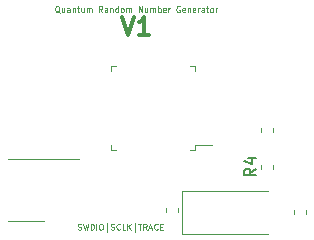
<source format=gbr>
G04 #@! TF.GenerationSoftware,KiCad,Pcbnew,5.0.2-bee76a0~70~ubuntu18.04.1*
G04 #@! TF.CreationDate,2020-06-29T01:54:23-07:00*
G04 #@! TF.ProjectId,qrng,71726e67-2e6b-4696-9361-645f70636258,1*
G04 #@! TF.SameCoordinates,Original*
G04 #@! TF.FileFunction,Legend,Top*
G04 #@! TF.FilePolarity,Positive*
%FSLAX46Y46*%
G04 Gerber Fmt 4.6, Leading zero omitted, Abs format (unit mm)*
G04 Created by KiCad (PCBNEW 5.0.2-bee76a0~70~ubuntu18.04.1) date Mon 29 Jun 2020 01:54:23 AM MST*
%MOMM*%
%LPD*%
G01*
G04 APERTURE LIST*
%ADD10C,0.037500*%
%ADD11C,0.300000*%
%ADD12C,0.120000*%
%ADD13C,0.150000*%
G04 APERTURE END LIST*
D10*
X134067857Y-109627380D02*
X134139285Y-109651190D01*
X134258333Y-109651190D01*
X134305952Y-109627380D01*
X134329761Y-109603571D01*
X134353571Y-109555952D01*
X134353571Y-109508333D01*
X134329761Y-109460714D01*
X134305952Y-109436904D01*
X134258333Y-109413095D01*
X134163095Y-109389285D01*
X134115476Y-109365476D01*
X134091666Y-109341666D01*
X134067857Y-109294047D01*
X134067857Y-109246428D01*
X134091666Y-109198809D01*
X134115476Y-109175000D01*
X134163095Y-109151190D01*
X134282142Y-109151190D01*
X134353571Y-109175000D01*
X134520238Y-109151190D02*
X134639285Y-109651190D01*
X134734523Y-109294047D01*
X134829761Y-109651190D01*
X134948809Y-109151190D01*
X135139285Y-109651190D02*
X135139285Y-109151190D01*
X135258333Y-109151190D01*
X135329761Y-109175000D01*
X135377380Y-109222619D01*
X135401190Y-109270238D01*
X135425000Y-109365476D01*
X135425000Y-109436904D01*
X135401190Y-109532142D01*
X135377380Y-109579761D01*
X135329761Y-109627380D01*
X135258333Y-109651190D01*
X135139285Y-109651190D01*
X135639285Y-109651190D02*
X135639285Y-109151190D01*
X135972619Y-109151190D02*
X136067857Y-109151190D01*
X136115476Y-109175000D01*
X136163095Y-109222619D01*
X136186904Y-109317857D01*
X136186904Y-109484523D01*
X136163095Y-109579761D01*
X136115476Y-109627380D01*
X136067857Y-109651190D01*
X135972619Y-109651190D01*
X135925000Y-109627380D01*
X135877380Y-109579761D01*
X135853571Y-109484523D01*
X135853571Y-109317857D01*
X135877380Y-109222619D01*
X135925000Y-109175000D01*
X135972619Y-109151190D01*
X136520238Y-109817857D02*
X136520238Y-109103571D01*
X136853571Y-109627380D02*
X136925000Y-109651190D01*
X137044047Y-109651190D01*
X137091666Y-109627380D01*
X137115476Y-109603571D01*
X137139285Y-109555952D01*
X137139285Y-109508333D01*
X137115476Y-109460714D01*
X137091666Y-109436904D01*
X137044047Y-109413095D01*
X136948809Y-109389285D01*
X136901190Y-109365476D01*
X136877380Y-109341666D01*
X136853571Y-109294047D01*
X136853571Y-109246428D01*
X136877380Y-109198809D01*
X136901190Y-109175000D01*
X136948809Y-109151190D01*
X137067857Y-109151190D01*
X137139285Y-109175000D01*
X137639285Y-109603571D02*
X137615476Y-109627380D01*
X137544047Y-109651190D01*
X137496428Y-109651190D01*
X137425000Y-109627380D01*
X137377380Y-109579761D01*
X137353571Y-109532142D01*
X137329761Y-109436904D01*
X137329761Y-109365476D01*
X137353571Y-109270238D01*
X137377380Y-109222619D01*
X137425000Y-109175000D01*
X137496428Y-109151190D01*
X137544047Y-109151190D01*
X137615476Y-109175000D01*
X137639285Y-109198809D01*
X138091666Y-109651190D02*
X137853571Y-109651190D01*
X137853571Y-109151190D01*
X138258333Y-109651190D02*
X138258333Y-109151190D01*
X138544047Y-109651190D02*
X138329761Y-109365476D01*
X138544047Y-109151190D02*
X138258333Y-109436904D01*
X138877380Y-109817857D02*
X138877380Y-109103571D01*
X139163095Y-109151190D02*
X139448809Y-109151190D01*
X139305952Y-109651190D02*
X139305952Y-109151190D01*
X139901190Y-109651190D02*
X139734523Y-109413095D01*
X139615476Y-109651190D02*
X139615476Y-109151190D01*
X139805952Y-109151190D01*
X139853571Y-109175000D01*
X139877380Y-109198809D01*
X139901190Y-109246428D01*
X139901190Y-109317857D01*
X139877380Y-109365476D01*
X139853571Y-109389285D01*
X139805952Y-109413095D01*
X139615476Y-109413095D01*
X140091666Y-109508333D02*
X140329761Y-109508333D01*
X140044047Y-109651190D02*
X140210714Y-109151190D01*
X140377380Y-109651190D01*
X140829761Y-109603571D02*
X140805952Y-109627380D01*
X140734523Y-109651190D01*
X140686904Y-109651190D01*
X140615476Y-109627380D01*
X140567857Y-109579761D01*
X140544047Y-109532142D01*
X140520238Y-109436904D01*
X140520238Y-109365476D01*
X140544047Y-109270238D01*
X140567857Y-109222619D01*
X140615476Y-109175000D01*
X140686904Y-109151190D01*
X140734523Y-109151190D01*
X140805952Y-109175000D01*
X140829761Y-109198809D01*
X141044047Y-109389285D02*
X141210714Y-109389285D01*
X141282142Y-109651190D02*
X141044047Y-109651190D01*
X141044047Y-109151190D01*
X141282142Y-109151190D01*
D11*
X137785714Y-91678571D02*
X138285714Y-93178571D01*
X138785714Y-91678571D01*
X140071428Y-93178571D02*
X139214285Y-93178571D01*
X139642857Y-93178571D02*
X139642857Y-91678571D01*
X139500000Y-91892857D01*
X139357142Y-92035714D01*
X139214285Y-92107142D01*
D10*
X132523809Y-91273809D02*
X132476190Y-91250000D01*
X132428571Y-91202380D01*
X132357142Y-91130952D01*
X132309523Y-91107142D01*
X132261904Y-91107142D01*
X132285714Y-91226190D02*
X132238095Y-91202380D01*
X132190476Y-91154761D01*
X132166666Y-91059523D01*
X132166666Y-90892857D01*
X132190476Y-90797619D01*
X132238095Y-90750000D01*
X132285714Y-90726190D01*
X132380952Y-90726190D01*
X132428571Y-90750000D01*
X132476190Y-90797619D01*
X132500000Y-90892857D01*
X132500000Y-91059523D01*
X132476190Y-91154761D01*
X132428571Y-91202380D01*
X132380952Y-91226190D01*
X132285714Y-91226190D01*
X132928571Y-90892857D02*
X132928571Y-91226190D01*
X132714285Y-90892857D02*
X132714285Y-91154761D01*
X132738095Y-91202380D01*
X132785714Y-91226190D01*
X132857142Y-91226190D01*
X132904761Y-91202380D01*
X132928571Y-91178571D01*
X133380952Y-91226190D02*
X133380952Y-90964285D01*
X133357142Y-90916666D01*
X133309523Y-90892857D01*
X133214285Y-90892857D01*
X133166666Y-90916666D01*
X133380952Y-91202380D02*
X133333333Y-91226190D01*
X133214285Y-91226190D01*
X133166666Y-91202380D01*
X133142857Y-91154761D01*
X133142857Y-91107142D01*
X133166666Y-91059523D01*
X133214285Y-91035714D01*
X133333333Y-91035714D01*
X133380952Y-91011904D01*
X133619047Y-90892857D02*
X133619047Y-91226190D01*
X133619047Y-90940476D02*
X133642857Y-90916666D01*
X133690476Y-90892857D01*
X133761904Y-90892857D01*
X133809523Y-90916666D01*
X133833333Y-90964285D01*
X133833333Y-91226190D01*
X134000000Y-90892857D02*
X134190476Y-90892857D01*
X134071428Y-90726190D02*
X134071428Y-91154761D01*
X134095238Y-91202380D01*
X134142857Y-91226190D01*
X134190476Y-91226190D01*
X134571428Y-90892857D02*
X134571428Y-91226190D01*
X134357142Y-90892857D02*
X134357142Y-91154761D01*
X134380952Y-91202380D01*
X134428571Y-91226190D01*
X134500000Y-91226190D01*
X134547619Y-91202380D01*
X134571428Y-91178571D01*
X134809523Y-91226190D02*
X134809523Y-90892857D01*
X134809523Y-90940476D02*
X134833333Y-90916666D01*
X134880952Y-90892857D01*
X134952380Y-90892857D01*
X135000000Y-90916666D01*
X135023809Y-90964285D01*
X135023809Y-91226190D01*
X135023809Y-90964285D02*
X135047619Y-90916666D01*
X135095238Y-90892857D01*
X135166666Y-90892857D01*
X135214285Y-90916666D01*
X135238095Y-90964285D01*
X135238095Y-91226190D01*
X136142857Y-91226190D02*
X135976190Y-90988095D01*
X135857142Y-91226190D02*
X135857142Y-90726190D01*
X136047619Y-90726190D01*
X136095238Y-90750000D01*
X136119047Y-90773809D01*
X136142857Y-90821428D01*
X136142857Y-90892857D01*
X136119047Y-90940476D01*
X136095238Y-90964285D01*
X136047619Y-90988095D01*
X135857142Y-90988095D01*
X136571428Y-91226190D02*
X136571428Y-90964285D01*
X136547619Y-90916666D01*
X136500000Y-90892857D01*
X136404761Y-90892857D01*
X136357142Y-90916666D01*
X136571428Y-91202380D02*
X136523809Y-91226190D01*
X136404761Y-91226190D01*
X136357142Y-91202380D01*
X136333333Y-91154761D01*
X136333333Y-91107142D01*
X136357142Y-91059523D01*
X136404761Y-91035714D01*
X136523809Y-91035714D01*
X136571428Y-91011904D01*
X136809523Y-90892857D02*
X136809523Y-91226190D01*
X136809523Y-90940476D02*
X136833333Y-90916666D01*
X136880952Y-90892857D01*
X136952380Y-90892857D01*
X137000000Y-90916666D01*
X137023809Y-90964285D01*
X137023809Y-91226190D01*
X137476190Y-91226190D02*
X137476190Y-90726190D01*
X137476190Y-91202380D02*
X137428571Y-91226190D01*
X137333333Y-91226190D01*
X137285714Y-91202380D01*
X137261904Y-91178571D01*
X137238095Y-91130952D01*
X137238095Y-90988095D01*
X137261904Y-90940476D01*
X137285714Y-90916666D01*
X137333333Y-90892857D01*
X137428571Y-90892857D01*
X137476190Y-90916666D01*
X137785714Y-91226190D02*
X137738095Y-91202380D01*
X137714285Y-91178571D01*
X137690476Y-91130952D01*
X137690476Y-90988095D01*
X137714285Y-90940476D01*
X137738095Y-90916666D01*
X137785714Y-90892857D01*
X137857142Y-90892857D01*
X137904761Y-90916666D01*
X137928571Y-90940476D01*
X137952380Y-90988095D01*
X137952380Y-91130952D01*
X137928571Y-91178571D01*
X137904761Y-91202380D01*
X137857142Y-91226190D01*
X137785714Y-91226190D01*
X138166666Y-91226190D02*
X138166666Y-90892857D01*
X138166666Y-90940476D02*
X138190476Y-90916666D01*
X138238095Y-90892857D01*
X138309523Y-90892857D01*
X138357142Y-90916666D01*
X138380952Y-90964285D01*
X138380952Y-91226190D01*
X138380952Y-90964285D02*
X138404761Y-90916666D01*
X138452380Y-90892857D01*
X138523809Y-90892857D01*
X138571428Y-90916666D01*
X138595238Y-90964285D01*
X138595238Y-91226190D01*
X139214285Y-91226190D02*
X139214285Y-90726190D01*
X139500000Y-91226190D01*
X139500000Y-90726190D01*
X139952380Y-90892857D02*
X139952380Y-91226190D01*
X139738095Y-90892857D02*
X139738095Y-91154761D01*
X139761904Y-91202380D01*
X139809523Y-91226190D01*
X139880952Y-91226190D01*
X139928571Y-91202380D01*
X139952380Y-91178571D01*
X140190476Y-91226190D02*
X140190476Y-90892857D01*
X140190476Y-90940476D02*
X140214285Y-90916666D01*
X140261904Y-90892857D01*
X140333333Y-90892857D01*
X140380952Y-90916666D01*
X140404761Y-90964285D01*
X140404761Y-91226190D01*
X140404761Y-90964285D02*
X140428571Y-90916666D01*
X140476190Y-90892857D01*
X140547619Y-90892857D01*
X140595238Y-90916666D01*
X140619047Y-90964285D01*
X140619047Y-91226190D01*
X140857142Y-91226190D02*
X140857142Y-90726190D01*
X140857142Y-90916666D02*
X140904761Y-90892857D01*
X141000000Y-90892857D01*
X141047619Y-90916666D01*
X141071428Y-90940476D01*
X141095238Y-90988095D01*
X141095238Y-91130952D01*
X141071428Y-91178571D01*
X141047619Y-91202380D01*
X141000000Y-91226190D01*
X140904761Y-91226190D01*
X140857142Y-91202380D01*
X141500000Y-91202380D02*
X141452380Y-91226190D01*
X141357142Y-91226190D01*
X141309523Y-91202380D01*
X141285714Y-91154761D01*
X141285714Y-90964285D01*
X141309523Y-90916666D01*
X141357142Y-90892857D01*
X141452380Y-90892857D01*
X141500000Y-90916666D01*
X141523809Y-90964285D01*
X141523809Y-91011904D01*
X141285714Y-91059523D01*
X141738095Y-91226190D02*
X141738095Y-90892857D01*
X141738095Y-90988095D02*
X141761904Y-90940476D01*
X141785714Y-90916666D01*
X141833333Y-90892857D01*
X141880952Y-90892857D01*
X142690476Y-90750000D02*
X142642857Y-90726190D01*
X142571428Y-90726190D01*
X142500000Y-90750000D01*
X142452380Y-90797619D01*
X142428571Y-90845238D01*
X142404761Y-90940476D01*
X142404761Y-91011904D01*
X142428571Y-91107142D01*
X142452380Y-91154761D01*
X142500000Y-91202380D01*
X142571428Y-91226190D01*
X142619047Y-91226190D01*
X142690476Y-91202380D01*
X142714285Y-91178571D01*
X142714285Y-91011904D01*
X142619047Y-91011904D01*
X143119047Y-91202380D02*
X143071428Y-91226190D01*
X142976190Y-91226190D01*
X142928571Y-91202380D01*
X142904761Y-91154761D01*
X142904761Y-90964285D01*
X142928571Y-90916666D01*
X142976190Y-90892857D01*
X143071428Y-90892857D01*
X143119047Y-90916666D01*
X143142857Y-90964285D01*
X143142857Y-91011904D01*
X142904761Y-91059523D01*
X143357142Y-90892857D02*
X143357142Y-91226190D01*
X143357142Y-90940476D02*
X143380952Y-90916666D01*
X143428571Y-90892857D01*
X143500000Y-90892857D01*
X143547619Y-90916666D01*
X143571428Y-90964285D01*
X143571428Y-91226190D01*
X144000000Y-91202380D02*
X143952380Y-91226190D01*
X143857142Y-91226190D01*
X143809523Y-91202380D01*
X143785714Y-91154761D01*
X143785714Y-90964285D01*
X143809523Y-90916666D01*
X143857142Y-90892857D01*
X143952380Y-90892857D01*
X144000000Y-90916666D01*
X144023809Y-90964285D01*
X144023809Y-91011904D01*
X143785714Y-91059523D01*
X144238095Y-91226190D02*
X144238095Y-90892857D01*
X144238095Y-90988095D02*
X144261904Y-90940476D01*
X144285714Y-90916666D01*
X144333333Y-90892857D01*
X144380952Y-90892857D01*
X144761904Y-91226190D02*
X144761904Y-90964285D01*
X144738095Y-90916666D01*
X144690476Y-90892857D01*
X144595238Y-90892857D01*
X144547619Y-90916666D01*
X144761904Y-91202380D02*
X144714285Y-91226190D01*
X144595238Y-91226190D01*
X144547619Y-91202380D01*
X144523809Y-91154761D01*
X144523809Y-91107142D01*
X144547619Y-91059523D01*
X144595238Y-91035714D01*
X144714285Y-91035714D01*
X144761904Y-91011904D01*
X144928571Y-90892857D02*
X145119047Y-90892857D01*
X145000000Y-90726190D02*
X145000000Y-91154761D01*
X145023809Y-91202380D01*
X145071428Y-91226190D01*
X145119047Y-91226190D01*
X145357142Y-91226190D02*
X145309523Y-91202380D01*
X145285714Y-91178571D01*
X145261904Y-91130952D01*
X145261904Y-90988095D01*
X145285714Y-90940476D01*
X145309523Y-90916666D01*
X145357142Y-90892857D01*
X145428571Y-90892857D01*
X145476190Y-90916666D01*
X145500000Y-90940476D01*
X145523809Y-90988095D01*
X145523809Y-91130952D01*
X145500000Y-91178571D01*
X145476190Y-91202380D01*
X145428571Y-91226190D01*
X145357142Y-91226190D01*
X145738095Y-91226190D02*
X145738095Y-90892857D01*
X145738095Y-90988095D02*
X145761904Y-90940476D01*
X145785714Y-90916666D01*
X145833333Y-90892857D01*
X145880952Y-90892857D01*
D12*
G04 #@! TO.C,R5*
X150630000Y-101382779D02*
X150630000Y-101057221D01*
X149610000Y-101382779D02*
X149610000Y-101057221D01*
G04 #@! TO.C,R4*
X149610000Y-104472779D02*
X149610000Y-104147221D01*
X150630000Y-104472779D02*
X150630000Y-104147221D01*
G04 #@! TO.C,U3*
X134170000Y-103680000D02*
X128170000Y-103680000D01*
X131170000Y-108900000D02*
X128170000Y-108900000D01*
G04 #@! TO.C,U2*
X144010000Y-95790000D02*
X143590000Y-95790000D01*
X144010000Y-102910000D02*
X144010000Y-102490000D01*
X144010000Y-102490000D02*
X145390000Y-102490000D01*
X136890000Y-102910000D02*
X137310000Y-102910000D01*
X136890000Y-95790000D02*
X137310000Y-95790000D01*
X144010000Y-102910000D02*
X143590000Y-102910000D01*
X144010000Y-95790000D02*
X144010000Y-96210000D01*
X136890000Y-95790000D02*
X136890000Y-96210000D01*
X136890000Y-102910000D02*
X136890000Y-102490000D01*
G04 #@! TO.C,Y1*
X150170000Y-106380000D02*
X142920000Y-106380000D01*
X142920000Y-106380000D02*
X142920000Y-109980000D01*
X142920000Y-109980000D02*
X150170000Y-109980000D01*
G04 #@! TO.C,C12*
X142560000Y-108112779D02*
X142560000Y-107787221D01*
X141540000Y-108112779D02*
X141540000Y-107787221D01*
G04 #@! TO.C,C13*
X152380000Y-108320279D02*
X152380000Y-107994721D01*
X153400000Y-108320279D02*
X153400000Y-107994721D01*
G04 #@! TO.C,R4*
D13*
X149142380Y-104476666D02*
X148666190Y-104810000D01*
X149142380Y-105048095D02*
X148142380Y-105048095D01*
X148142380Y-104667142D01*
X148190000Y-104571904D01*
X148237619Y-104524285D01*
X148332857Y-104476666D01*
X148475714Y-104476666D01*
X148570952Y-104524285D01*
X148618571Y-104571904D01*
X148666190Y-104667142D01*
X148666190Y-105048095D01*
X148475714Y-103619523D02*
X149142380Y-103619523D01*
X148094761Y-103857619D02*
X148809047Y-104095714D01*
X148809047Y-103476666D01*
G04 #@! TD*
M02*

</source>
